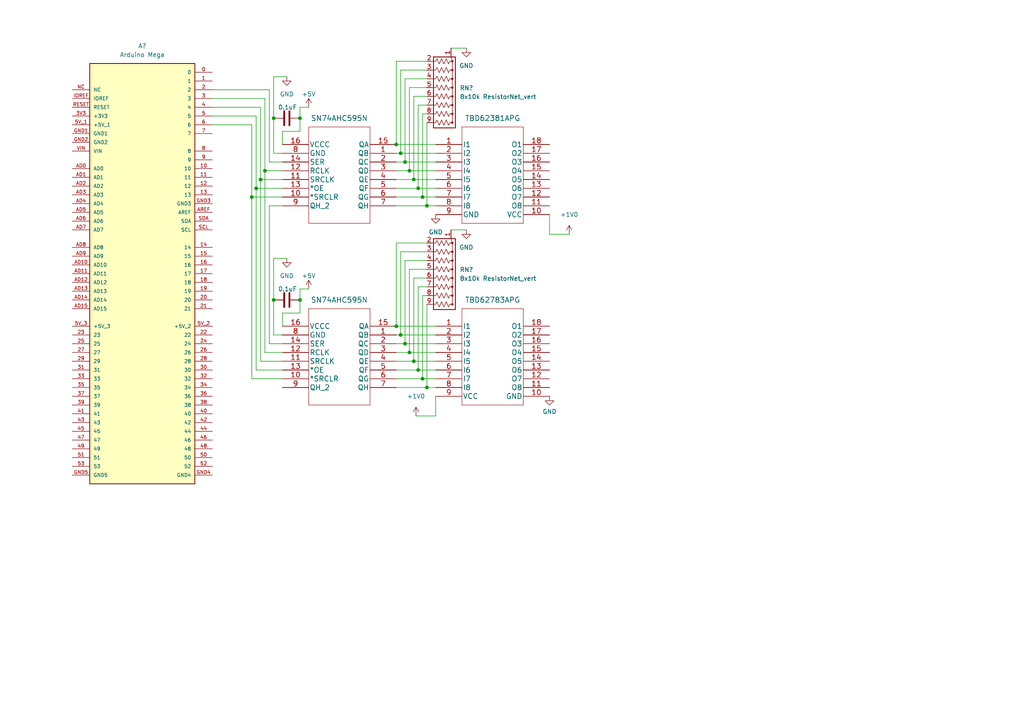
<source format=kicad_sch>
(kicad_sch (version 20211123) (generator eeschema)
  (paper "A4")
  (lib_symbols
    (symbol "Device:C" (pin_numbers hide) (pin_names (offset 0.254))
      (property "Reference" "C" (at 0.635 2.54 0))
      (property "Value" "C" (at 0.635 -2.54 0))
      (symbol "C_0_1"
        (polyline (pts (xy -2.032 -0.762) (xy 2.032 -0.762)) (stroke (width 0.508)))
        (polyline (pts (xy -2.032 0.762) (xy 2.032 0.762)) (stroke (width 0.508)))
      )
      (symbol "C_1_1"
        (pin passive line (at 0 3.81 270) (length 2.794) (name "~") (number "1"))
        (pin passive line (at 0 -3.81 90) (length 2.794) (name "~") (number "2"))
      )
    )
    (symbol "Luminator:+12V-24V" (power) (pin_names (offset 0))
      (property "Value" "+12V-24V" (at 0 3.556 0))
      (symbol "+12V-24V_0_1"
        (polyline (pts (xy -0.762 1.27) (xy 0 2.54)))
        (polyline (pts (xy 0 0) (xy 0 2.54)))
        (polyline (pts (xy 0 2.54) (xy 0.762 1.27)))
      )
      (symbol "+12V-24V_1_1"
        (pin power_in line (at 0 0 90) (length 0) hide (name "+1V0") (number "1"))
      )
    )
    (symbol "Luminator:8xResistorNet_vert" (pin_names (offset 0) hide)
      (property "Reference" "RN" (at 10.16 0.635 0))
      (property "Value" "8xResistorNet_vert" (at 17.78 -1.905 0))
      (symbol "8xResistorNet_vert_0_1"
        (polyline (pts (xy 6.985 1.27) (xy 7.366 0)))
        (polyline (pts (xy 7.366 0) (xy 7.366 -17.78)))
        (polyline (pts (xy 7.366 -17.78) (xy 6.604 -17.78) (xy 6.2484 -18.542) (xy 5.588 -17.018) (xy 4.9276 -18.542) (xy 4.2418 -17.018) (xy 3.556 -18.542) (xy 2.8956 -17.018) (xy 2.54 -17.78) (xy 1.27 -17.78)))
        (polyline (pts (xy 7.366 -15.24) (xy 6.604 -15.24) (xy 6.2484 -16.002) (xy 5.588 -14.478) (xy 4.9276 -16.002) (xy 4.2418 -14.478) (xy 3.556 -16.002) (xy 2.8956 -14.478) (xy 2.54 -15.24) (xy 1.27 -15.24)))
        (polyline (pts (xy 7.366 -12.7) (xy 6.604 -12.7) (xy 6.2484 -13.462) (xy 5.588 -11.938) (xy 4.9276 -13.462) (xy 4.2418 -11.938) (xy 3.556 -13.462) (xy 2.8956 -11.938) (xy 2.54 -12.7) (xy 1.27 -12.7)))
        (polyline (pts (xy 7.366 -10.16) (xy 6.604 -10.16) (xy 6.2484 -10.922) (xy 5.588 -9.398) (xy 4.9276 -10.922) (xy 4.2418 -9.398) (xy 3.556 -10.922) (xy 2.8956 -9.398) (xy 2.54 -10.16) (xy 1.27 -10.16)))
        (polyline (pts (xy 7.366 -7.62) (xy 6.604 -7.62) (xy 6.2484 -8.382) (xy 5.588 -6.858) (xy 4.9276 -8.382) (xy 4.2418 -6.858) (xy 3.556 -8.382) (xy 2.8956 -6.858) (xy 2.54 -7.62) (xy 1.27 -7.62)))
        (polyline (pts (xy 7.366 -5.08) (xy 6.604 -5.08) (xy 6.2484 -5.842) (xy 5.588 -4.318) (xy 4.9276 -5.842) (xy 4.2418 -4.318) (xy 3.556 -5.842) (xy 2.8956 -4.318) (xy 2.54 -5.08) (xy 1.27 -5.08)))
        (polyline (pts (xy 7.366 -2.54) (xy 6.604 -2.54) (xy 6.2484 -3.302) (xy 5.588 -1.778) (xy 4.9276 -3.302) (xy 4.2418 -1.778) (xy 3.556 -3.302) (xy 2.8956 -1.778) (xy 2.54 -2.54) (xy 1.27 -2.54)))
        (polyline (pts (xy 7.366 0) (xy 6.604 0) (xy 6.2484 -0.762) (xy 5.588 0.762) (xy 4.9276 -0.762) (xy 4.2418 0.762) (xy 3.556 -0.762) (xy 2.8956 0.762) (xy 2.54 0) (xy 1.27 0)))
        (rectangle (start 1.905 1.27) (end 8.255 -19.304) (stroke (width 0.254)))
        (circle (center 7.366 -17.78) (radius 0.254) (fill (type outline)))
        (circle (center 7.366 -15.24) (radius 0.254) (fill (type outline)))
        (circle (center 7.366 -12.7) (radius 0.254) (fill (type outline)))
        (circle (center 7.366 -10.16) (radius 0.254) (fill (type outline)))
        (circle (center 7.366 -7.62) (radius 0.254) (fill (type outline)))
        (circle (center 7.366 -5.08) (radius 0.254) (fill (type outline)))
        (circle (center 7.366 -2.54) (radius 0.254) (fill (type outline)))
        (circle (center 7.366 0) (radius 0.254) (fill (type outline)))
      )
      (symbol "8xResistorNet_vert_1_1"
        (pin passive line (at 6.985 3.81 270) (length 2.54) (name "common") (number "1"))
        (pin passive line (at 0 0 0) (length 1.27) (name "R1") (number "2"))
        (pin passive line (at 0 -2.54 0) (length 1.27) (name "R2") (number "3"))
        (pin passive line (at 0 -5.08 0) (length 1.27) (name "R3") (number "4"))
        (pin passive line (at 0 -7.62 0) (length 1.27) (name "R4") (number "5"))
        (pin passive line (at 0 -10.16 0) (length 1.27) (name "R5") (number "6"))
        (pin passive line (at 0 -12.7 0) (length 1.27) (name "R6") (number "7"))
        (pin passive line (at 0 -15.24 0) (length 1.27) (name "R7") (number "8"))
        (pin passive line (at 0 -17.78 0) (length 1.27) (name "R8") (number "9"))
      )
    )
    (symbol "Luminator:Arduino Mega" (pin_names (offset 1.016))
      (property "Reference" "A" (at -15.24 61.595 0))
      (property "Value" "Arduino Mega" (at -15.24 -63.5 0))
      (symbol "Arduino Mega_0_0"
        (rectangle (start 15.24 -60.96) (end -15.24 60.96) (stroke (width 0.254)) (fill (type background)))
        (pin passive line (at 20.32 58.42 180) (length 5.08) (name "0") (number "0"))
        (pin passive line (at 20.32 55.88 180) (length 5.08) (name "1") (number "1"))
        (pin passive line (at 20.32 30.48 180) (length 5.08) (name "10") (number "10"))
        (pin passive line (at 20.32 27.94 180) (length 5.08) (name "11") (number "11"))
        (pin passive line (at 20.32 25.4 180) (length 5.08) (name "12") (number "12"))
        (pin passive line (at 20.32 22.86 180) (length 5.08) (name "13") (number "13"))
        (pin passive line (at 20.32 7.62 180) (length 5.08) (name "14") (number "14"))
        (pin passive line (at 20.32 5.08 180) (length 5.08) (name "15") (number "15"))
        (pin passive line (at 20.32 2.54 180) (length 5.08) (name "16") (number "16"))
        (pin passive line (at 20.32 0 180) (length 5.08) (name "17") (number "17"))
        (pin passive line (at 20.32 -2.54 180) (length 5.08) (name "18") (number "18"))
        (pin passive line (at 20.32 -5.08 180) (length 5.08) (name "19") (number "19"))
        (pin passive line (at 20.32 53.34 180) (length 5.08) (name "2") (number "2"))
        (pin passive line (at 20.32 -7.62 180) (length 5.08) (name "20") (number "20"))
        (pin passive line (at 20.32 -10.16 180) (length 5.08) (name "21") (number "21"))
        (pin passive line (at 20.32 -17.78 180) (length 5.08) (name "22") (number "22"))
        (pin passive line (at -20.32 -17.78 0) (length 5.08) (name "23") (number "23"))
        (pin passive line (at 20.32 -20.32 180) (length 5.08) (name "24") (number "24"))
        (pin passive line (at -20.32 -20.32 0) (length 5.08) (name "25") (number "25"))
        (pin passive line (at 20.32 -22.86 180) (length 5.08) (name "26") (number "26"))
        (pin passive line (at -20.32 -22.86 0) (length 5.08) (name "27") (number "27"))
        (pin passive line (at 20.32 -25.4 180) (length 5.08) (name "28") (number "28"))
        (pin passive line (at -20.32 -25.4 0) (length 5.08) (name "29") (number "29"))
        (pin passive line (at 20.32 50.8 180) (length 5.08) (name "3") (number "3"))
        (pin passive line (at 20.32 -27.94 180) (length 5.08) (name "30") (number "30"))
        (pin passive line (at -20.32 -27.94 0) (length 5.08) (name "31") (number "31"))
        (pin passive line (at 20.32 -30.48 180) (length 5.08) (name "32") (number "32"))
        (pin passive line (at -20.32 -30.48 0) (length 5.08) (name "33") (number "33"))
        (pin passive line (at 20.32 -33.02 180) (length 5.08) (name "34") (number "34"))
        (pin passive line (at -20.32 -33.02 0) (length 5.08) (name "35") (number "35"))
        (pin passive line (at 20.32 -35.56 180) (length 5.08) (name "36") (number "36"))
        (pin passive line (at -20.32 -35.56 0) (length 5.08) (name "37") (number "37"))
        (pin passive line (at 20.32 -38.1 180) (length 5.08) (name "38") (number "38"))
        (pin passive line (at -20.32 -38.1 0) (length 5.08) (name "39") (number "39"))
        (pin passive line (at -20.32 45.72 0) (length 5.08) (name "+3V3") (number "3V3"))
        (pin passive line (at 20.32 48.26 180) (length 5.08) (name "4") (number "4"))
        (pin passive line (at 20.32 -40.64 180) (length 5.08) (name "40") (number "40"))
        (pin passive line (at -20.32 -40.64 0) (length 5.08) (name "41") (number "41"))
        (pin passive line (at 20.32 -43.18 180) (length 5.08) (name "42") (number "42"))
        (pin passive line (at -20.32 -43.18 0) (length 5.08) (name "43") (number "43"))
        (pin passive line (at 20.32 -45.72 180) (length 5.08) (name "44") (number "44"))
        (pin passive line (at -20.32 -45.72 0) (length 5.08) (name "45") (number "45"))
        (pin passive line (at 20.32 -48.26 180) (length 5.08) (name "46") (number "46"))
        (pin passive line (at -20.32 -48.26 0) (length 5.08) (name "47") (number "47"))
        (pin passive line (at 20.32 -50.8 180) (length 5.08) (name "48") (number "48"))
        (pin passive line (at -20.32 -50.8 0) (length 5.08) (name "49") (number "49"))
        (pin passive line (at 20.32 45.72 180) (length 5.08) (name "5") (number "5"))
        (pin passive line (at 20.32 -53.34 180) (length 5.08) (name "50") (number "50"))
        (pin passive line (at -20.32 -53.34 0) (length 5.08) (name "51") (number "51"))
        (pin passive line (at 20.32 -55.88 180) (length 5.08) (name "52") (number "52"))
        (pin passive line (at -20.32 -55.88 0) (length 5.08) (name "53") (number "53"))
        (pin passive line (at -20.32 43.18 0) (length 5.08) (name "+5V_1") (number "5V_1"))
        (pin passive line (at 20.32 -15.24 180) (length 5.08) (name "+5V_2") (number "5V_2"))
        (pin passive line (at -20.32 -15.24 0) (length 5.08) (name "+5V_3") (number "5V_3"))
        (pin passive line (at 20.32 43.18 180) (length 5.08) (name "6") (number "6"))
        (pin passive line (at 20.32 40.64 180) (length 5.08) (name "7") (number "7"))
        (pin passive line (at 20.32 35.56 180) (length 5.08) (name "8") (number "8"))
        (pin passive line (at 20.32 33.02 180) (length 5.08) (name "9") (number "9"))
        (pin passive line (at -20.32 30.48 0) (length 5.08) (name "AD0") (number "AD0"))
        (pin passive line (at -20.32 27.94 0) (length 5.08) (name "AD1") (number "AD1"))
        (pin passive line (at -20.32 2.54 0) (length 5.08) (name "AD10") (number "AD10"))
        (pin passive line (at -20.32 0 0) (length 5.08) (name "AD11") (number "AD11"))
        (pin passive line (at -20.32 -2.54 0) (length 5.08) (name "AD12") (number "AD12"))
        (pin passive line (at -20.32 -5.08 0) (length 5.08) (name "AD13") (number "AD13"))
        (pin passive line (at -20.32 -7.62 0) (length 5.08) (name "AD14") (number "AD14"))
        (pin passive line (at -20.32 -10.16 0) (length 5.08) (name "AD15") (number "AD15"))
        (pin passive line (at -20.32 25.4 0) (length 5.08) (name "AD2") (number "AD2"))
        (pin passive line (at -20.32 22.86 0) (length 5.08) (name "AD3") (number "AD3"))
        (pin passive line (at -20.32 20.32 0) (length 5.08) (name "AD4") (number "AD4"))
        (pin passive line (at -20.32 17.78 0) (length 5.08) (name "AD5") (number "AD5"))
        (pin passive line (at -20.32 15.24 0) (length 5.08) (name "AD6") (number "AD6"))
        (pin passive line (at -20.32 12.7 0) (length 5.08) (name "AD7") (number "AD7"))
        (pin passive line (at -20.32 7.62 0) (length 5.08) (name "AD8") (number "AD8"))
        (pin passive line (at -20.32 5.08 0) (length 5.08) (name "AD9") (number "AD9"))
        (pin passive line (at 20.32 17.78 180) (length 5.08) (name "AREF") (number "AREF"))
        (pin passive line (at -20.32 40.64 0) (length 5.08) (name "GND1") (number "GND1"))
        (pin passive line (at -20.32 38.1 0) (length 5.08) (name "GND2") (number "GND2"))
        (pin passive line (at 20.32 20.32 180) (length 5.08) (name "GND3") (number "GND3"))
        (pin passive line (at 20.32 -58.42 180) (length 5.08) (name "GND4") (number "GND4"))
        (pin passive line (at -20.32 -58.42 0) (length 5.08) (name "GND5") (number "GND5"))
        (pin passive line (at -20.32 50.8 0) (length 5.08) (name "IOREF") (number "IOREF"))
        (pin passive line (at -20.32 53.34 0) (length 5.08) (name "NC") (number "NC"))
        (pin passive line (at -20.32 48.26 0) (length 5.08) (name "RESET") (number "RESET"))
        (pin passive line (at 20.32 12.7 180) (length 5.08) (name "SCL") (number "SCL"))
        (pin passive line (at 20.32 15.24 180) (length 5.08) (name "SDA") (number "SDA"))
        (pin passive line (at -20.32 35.56 0) (length 5.08) (name "VIN") (number "VIN"))
      )
    )
    (symbol "Luminator:SN74AHC595N" (pin_names (offset 0.254))
      (property "Value" "SN74AHC595N" (at 31.75 2.54 0))
      (symbol "SN74AHC595N_1_1"
        (polyline (pts (xy 22.86 -22.86) (xy 22.86 5.08)) (stroke (width 0.127)))
        (polyline (pts (xy 22.86 5.08) (xy 40.64 5.08)) (stroke (width 0.127)))
        (polyline (pts (xy 40.64 -22.86) (xy 22.86 -22.86)) (stroke (width 0.127)))
        (polyline (pts (xy 40.64 5.08) (xy 40.64 -22.86)) (stroke (width 0.127)))
        (pin output line (at 48.26 -2.54 180) (length 7.62) (name "QB") (number "1"))
        (pin input line (at 15.24 -15.24 0) (length 7.62) (name "*SRCLR") (number "10"))
        (pin input line (at 15.24 -10.16 0) (length 7.62) (name "SRCLK") (number "11"))
        (pin input line (at 15.24 -7.62 0) (length 7.62) (name "RCLK") (number "12"))
        (pin input line (at 15.24 -12.7 0) (length 7.62) (name "*OE") (number "13"))
        (pin input line (at 15.24 -5.08 0) (length 7.62) (name "SER") (number "14"))
        (pin output line (at 48.26 0 180) (length 7.62) (name "QA") (number "15"))
        (pin power_in line (at 15.24 0 0) (length 7.62) (name "VCCC") (number "16"))
        (pin output line (at 48.26 -5.08 180) (length 7.62) (name "QC") (number "2"))
        (pin output line (at 48.26 -7.62 180) (length 7.62) (name "QD") (number "3"))
        (pin output line (at 48.26 -10.16 180) (length 7.62) (name "QE") (number "4"))
        (pin output line (at 48.26 -12.7 180) (length 7.62) (name "QF") (number "5"))
        (pin output line (at 48.26 -15.24 180) (length 7.62) (name "QG") (number "6"))
        (pin output line (at 48.26 -17.78 180) (length 7.62) (name "QH") (number "7"))
        (pin power_in line (at 15.24 -2.54 0) (length 7.62) (name "GND") (number "8"))
        (pin output line (at 15.24 -17.78 0) (length 7.62) (name "QH_2") (number "9"))
      )
    )
    (symbol "Luminator:TBD62381APG" (pin_names (offset 0.254))
      (property "Value" "TBD62381APG" (at 16.51 2.54 0))
      (symbol "TBD62381APG_1_1"
        (polyline (pts (xy 7.62 -22.86) (xy 25.4 -22.86)) (stroke (width 0.127)))
        (polyline (pts (xy 7.62 5.08) (xy 7.62 -22.86)) (stroke (width 0.127)))
        (polyline (pts (xy 25.4 -22.86) (xy 25.4 5.08)) (stroke (width 0.127)))
        (polyline (pts (xy 25.4 5.08) (xy 7.62 5.08)) (stroke (width 0.127)))
        (pin input line (at 0 0 0) (length 7.62) (name "I1") (number "1"))
        (pin power_in line (at 33.02 -20.32 180) (length 7.62) (name "VCC") (number "10"))
        (pin output line (at 33.02 -17.78 180) (length 7.62) (name "O8") (number "11"))
        (pin output line (at 33.02 -15.24 180) (length 7.62) (name "O7") (number "12"))
        (pin output line (at 33.02 -12.7 180) (length 7.62) (name "O6") (number "13"))
        (pin output line (at 33.02 -10.16 180) (length 7.62) (name "O5") (number "14"))
        (pin output line (at 33.02 -7.62 180) (length 7.62) (name "O4") (number "15"))
        (pin output line (at 33.02 -5.08 180) (length 7.62) (name "O3") (number "16"))
        (pin output line (at 33.02 -2.54 180) (length 7.62) (name "O2") (number "17"))
        (pin output line (at 33.02 0 180) (length 7.62) (name "O1") (number "18"))
        (pin input line (at 0 -2.54 0) (length 7.62) (name "I2") (number "2"))
        (pin input line (at 0 -5.08 0) (length 7.62) (name "I3") (number "3"))
        (pin input line (at 0 -7.62 0) (length 7.62) (name "I4") (number "4"))
        (pin input line (at 0 -10.16 0) (length 7.62) (name "I5") (number "5"))
        (pin input line (at 0 -12.7 0) (length 7.62) (name "I6") (number "6"))
        (pin input line (at 0 -15.24 0) (length 7.62) (name "I7") (number "7"))
        (pin input line (at 0 -17.78 0) (length 7.62) (name "I8") (number "8"))
        (pin power_in line (at 0 -20.32 0) (length 7.62) (name "GND") (number "9"))
      )
    )
    (symbol "Luminator:TBD62783APG" (pin_names (offset 0.254))
      (property "Value" "TBD62783APG" (at 16.51 2.54 0))
      (symbol "TBD62783APG_1_1"
        (polyline (pts (xy 7.62 -22.86) (xy 25.4 -22.86)) (stroke (width 0.127)))
        (polyline (pts (xy 7.62 5.08) (xy 7.62 -22.86)) (stroke (width 0.127)))
        (polyline (pts (xy 25.4 -22.86) (xy 25.4 5.08)) (stroke (width 0.127)))
        (polyline (pts (xy 25.4 5.08) (xy 7.62 5.08)) (stroke (width 0.127)))
        (pin input line (at 0 0 0) (length 7.62) (name "I1") (number "1"))
        (pin power_in line (at 33.02 -20.32 180) (length 7.62) (name "GND") (number "10"))
        (pin output line (at 33.02 -17.78 180) (length 7.62) (name "O8") (number "11"))
        (pin output line (at 33.02 -15.24 180) (length 7.62) (name "O7") (number "12"))
        (pin output line (at 33.02 -12.7 180) (length 7.62) (name "O6") (number "13"))
        (pin output line (at 33.02 -10.16 180) (length 7.62) (name "O5") (number "14"))
        (pin output line (at 33.02 -7.62 180) (length 7.62) (name "O4") (number "15"))
        (pin output line (at 33.02 -5.08 180) (length 7.62) (name "O3") (number "16"))
        (pin output line (at 33.02 -2.54 180) (length 7.62) (name "O2") (number "17"))
        (pin output line (at 33.02 0 180) (length 7.62) (name "O1") (number "18"))
        (pin input line (at 0 -2.54 0) (length 7.62) (name "I2") (number "2"))
        (pin input line (at 0 -5.08 0) (length 7.62) (name "I3") (number "3"))
        (pin input line (at 0 -7.62 0) (length 7.62) (name "I4") (number "4"))
        (pin input line (at 0 -10.16 0) (length 7.62) (name "I5") (number "5"))
        (pin input line (at 0 -12.7 0) (length 7.62) (name "I6") (number "6"))
        (pin input line (at 0 -15.24 0) (length 7.62) (name "I7") (number "7"))
        (pin input line (at 0 -17.78 0) (length 7.62) (name "I8") (number "8"))
        (pin power_in line (at 0 -20.32 0) (length 7.62) (name "VCC") (number "9"))
      )
    )
    (symbol "power:+5V" (power) (pin_names (offset 0))
      (property "Value" "+5V" (at 0 3.556 0))
      (symbol "+5V_0_1"
        (polyline (pts (xy -0.762 1.27) (xy 0 2.54)))
        (polyline (pts (xy 0 0) (xy 0 2.54)))
        (polyline (pts (xy 0 2.54) (xy 0.762 1.27)))
      )
      (symbol "+5V_1_1"
        (pin power_in line (at 0 0 90) (length 0) hide (name "+5V") (number "1"))
      )
    )
    (symbol "power:GND" (power) (pin_names (offset 0))
      (property "Value" "GND" (at 0 -3.81 0))
      (symbol "GND_0_1"
        (polyline (pts (xy 0 0) (xy 0 -1.27) (xy 1.27 -1.27) (xy 0 -2.54) (xy -1.27 -1.27) (xy 0 -1.27)))
      )
      (symbol "GND_1_1"
        (pin power_in line (at 0 0 270) (length 0) hide (name "GND") (number "1"))
      )
    )
  )
  (junction (at 114.935 94.615))
  (junction (at 76.835 49.53))
  (junction (at 122.555 109.855))
  (junction (at 123.825 112.395))
  (junction (at 79.375 86.995))
  (junction (at 120.015 104.775))
  (junction (at 114.935 41.91))
  (junction (at 118.745 102.235))
  (junction (at 79.375 34.29))
  (junction (at 75.565 52.07))
  (junction (at 74.295 54.61))
  (junction (at 118.745 49.53))
  (junction (at 73.025 57.15))
  (junction (at 116.205 44.45))
  (junction (at 122.555 57.15))
  (junction (at 117.475 99.695))
  (junction (at 86.995 86.995))
  (junction (at 123.825 59.69))
  (junction (at 117.475 46.99))
  (junction (at 120.015 52.07))
  (junction (at 116.205 97.155))
  (junction (at 86.995 34.29))
  (junction (at 121.285 54.61))
  (junction (at 121.285 107.315))
  (wire (pts (xy 114.935 94.615) (xy 114.935 70.485)))
  (wire (pts (xy 86.995 86.995) (xy 86.995 83.82)))
  (wire (pts (xy 114.935 41.91) (xy 114.935 17.78)))
  (wire (pts (xy 86.995 83.82) (xy 89.535 83.82)))
  (wire (pts (xy 74.295 107.315) (xy 81.915 107.315)))
  (wire (pts (xy 120.015 104.775) (xy 120.015 80.645)))
  (wire (pts (xy 117.475 99.695) (xy 126.365 99.695)))
  (wire (pts (xy 81.915 38.1) (xy 86.995 38.1)))
  (wire (pts (xy 61.595 36.195) (xy 73.025 36.195)))
  (wire (pts (xy 114.935 104.775) (xy 120.015 104.775)))
  (wire (pts (xy 120.015 27.94) (xy 123.825 27.94)))
  (wire (pts (xy 114.935 41.91) (xy 126.365 41.91)))
  (wire (pts (xy 114.935 94.615) (xy 126.365 94.615)))
  (wire (pts (xy 123.825 88.265) (xy 123.825 112.395)))
  (wire (pts (xy 114.935 57.15) (xy 122.555 57.15)))
  (wire (pts (xy 61.595 26.035) (xy 78.105 26.035)))
  (wire (pts (xy 121.285 54.61) (xy 121.285 30.48)))
  (wire (pts (xy 83.185 74.93) (xy 79.375 74.93)))
  (wire (pts (xy 61.595 31.115) (xy 75.565 31.115)))
  (wire (pts (xy 118.745 25.4) (xy 123.825 25.4)))
  (wire (pts (xy 116.205 73.025) (xy 123.825 73.025)))
  (wire (pts (xy 117.475 46.99) (xy 117.475 22.86)))
  (wire (pts (xy 118.745 49.53) (xy 126.365 49.53)))
  (wire (pts (xy 118.745 102.235) (xy 126.365 102.235)))
  (wire (pts (xy 123.825 59.69) (xy 126.365 59.69)))
  (wire (pts (xy 117.475 46.99) (xy 126.365 46.99)))
  (wire (pts (xy 76.835 49.53) (xy 76.835 102.235)))
  (wire (pts (xy 76.835 102.235) (xy 81.915 102.235)))
  (wire (pts (xy 114.935 59.69) (xy 123.825 59.69)))
  (wire (pts (xy 122.555 57.15) (xy 126.365 57.15)))
  (wire (pts (xy 123.825 112.395) (xy 126.365 112.395)))
  (wire (pts (xy 83.185 22.225) (xy 79.375 22.225)))
  (wire (pts (xy 121.285 107.315) (xy 121.285 83.185)))
  (wire (pts (xy 75.565 52.07) (xy 75.565 104.775)))
  (wire (pts (xy 121.285 107.315) (xy 126.365 107.315)))
  (wire (pts (xy 114.935 97.155) (xy 116.205 97.155)))
  (wire (pts (xy 117.475 22.86) (xy 123.825 22.86)))
  (wire (pts (xy 79.375 86.995) (xy 79.375 97.155)))
  (wire (pts (xy 130.81 66.675) (xy 135.255 66.675)))
  (wire (pts (xy 116.205 44.45) (xy 116.205 20.32)))
  (wire (pts (xy 123.825 33.02) (xy 122.555 33.02)))
  (wire (pts (xy 79.375 74.93) (xy 79.375 86.995)))
  (wire (pts (xy 118.745 102.235) (xy 118.745 78.105)))
  (wire (pts (xy 74.295 54.61) (xy 81.915 54.61)))
  (wire (pts (xy 79.375 34.29) (xy 79.375 44.45)))
  (wire (pts (xy 114.935 17.78) (xy 123.825 17.78)))
  (wire (pts (xy 120.015 80.645) (xy 123.825 80.645)))
  (wire (pts (xy 74.295 33.655) (xy 74.295 54.61)))
  (wire (pts (xy 159.385 62.23) (xy 159.385 67.945)))
  (wire (pts (xy 116.205 97.155) (xy 116.205 73.025)))
  (wire (pts (xy 121.285 54.61) (xy 126.365 54.61)))
  (wire (pts (xy 114.935 107.315) (xy 121.285 107.315)))
  (wire (pts (xy 114.935 109.855) (xy 122.555 109.855)))
  (wire (pts (xy 114.935 52.07) (xy 120.015 52.07)))
  (wire (pts (xy 114.935 112.395) (xy 123.825 112.395)))
  (wire (pts (xy 86.995 38.1) (xy 86.995 34.29)))
  (wire (pts (xy 114.935 44.45) (xy 116.205 44.45)))
  (wire (pts (xy 123.825 35.56) (xy 123.825 59.69)))
  (wire (pts (xy 78.105 59.69) (xy 78.105 99.695)))
  (wire (pts (xy 114.935 102.235) (xy 118.745 102.235)))
  (wire (pts (xy 117.475 75.565) (xy 123.825 75.565)))
  (wire (pts (xy 73.025 57.15) (xy 73.025 109.855)))
  (wire (pts (xy 61.595 33.655) (xy 74.295 33.655)))
  (wire (pts (xy 81.915 94.615) (xy 81.915 90.805)))
  (wire (pts (xy 78.105 99.695) (xy 81.915 99.695)))
  (wire (pts (xy 114.935 54.61) (xy 121.285 54.61)))
  (wire (pts (xy 122.555 33.02) (xy 122.555 57.15)))
  (wire (pts (xy 130.81 13.97) (xy 135.255 13.97)))
  (wire (pts (xy 118.745 49.53) (xy 118.745 25.4)))
  (wire (pts (xy 123.825 85.725) (xy 122.555 85.725)))
  (wire (pts (xy 81.915 59.69) (xy 78.105 59.69)))
  (wire (pts (xy 81.915 44.45) (xy 79.375 44.45)))
  (wire (pts (xy 78.105 46.99) (xy 81.915 46.99)))
  (wire (pts (xy 117.475 99.695) (xy 117.475 75.565)))
  (wire (pts (xy 81.915 41.91) (xy 81.915 38.1)))
  (wire (pts (xy 86.995 90.805) (xy 86.995 86.995)))
  (wire (pts (xy 73.025 109.855) (xy 81.915 109.855)))
  (wire (pts (xy 81.915 90.805) (xy 86.995 90.805)))
  (wire (pts (xy 120.015 52.07) (xy 126.365 52.07)))
  (wire (pts (xy 79.375 22.225) (xy 79.375 34.29)))
  (wire (pts (xy 73.025 36.195) (xy 73.025 57.15)))
  (wire (pts (xy 75.565 104.775) (xy 81.915 104.775)))
  (wire (pts (xy 126.365 120.65) (xy 126.365 114.935)))
  (wire (pts (xy 81.915 97.155) (xy 79.375 97.155)))
  (wire (pts (xy 61.595 28.575) (xy 76.835 28.575)))
  (wire (pts (xy 120.015 52.07) (xy 120.015 27.94)))
  (wire (pts (xy 159.385 67.945) (xy 165.1 67.945)))
  (wire (pts (xy 120.65 120.65) (xy 126.365 120.65)))
  (wire (pts (xy 120.015 104.775) (xy 126.365 104.775)))
  (wire (pts (xy 86.995 31.115) (xy 89.535 31.115)))
  (wire (pts (xy 121.285 83.185) (xy 123.825 83.185)))
  (wire (pts (xy 114.935 70.485) (xy 123.825 70.485)))
  (wire (pts (xy 75.565 52.07) (xy 81.915 52.07)))
  (wire (pts (xy 121.285 30.48) (xy 123.825 30.48)))
  (wire (pts (xy 122.555 85.725) (xy 122.555 109.855)))
  (wire (pts (xy 118.745 78.105) (xy 123.825 78.105)))
  (wire (pts (xy 114.935 99.695) (xy 117.475 99.695)))
  (wire (pts (xy 116.205 44.45) (xy 126.365 44.45)))
  (wire (pts (xy 76.835 28.575) (xy 76.835 49.53)))
  (wire (pts (xy 86.995 34.29) (xy 86.995 31.115)))
  (wire (pts (xy 73.025 57.15) (xy 81.915 57.15)))
  (wire (pts (xy 122.555 109.855) (xy 126.365 109.855)))
  (wire (pts (xy 74.295 54.61) (xy 74.295 107.315)))
  (wire (pts (xy 76.835 49.53) (xy 81.915 49.53)))
  (wire (pts (xy 114.935 49.53) (xy 118.745 49.53)))
  (wire (pts (xy 78.105 26.035) (xy 78.105 46.99)))
  (wire (pts (xy 116.205 20.32) (xy 123.825 20.32)))
  (wire (pts (xy 116.205 97.155) (xy 126.365 97.155)))
  (wire (pts (xy 114.935 46.99) (xy 117.475 46.99)))
  (wire (pts (xy 75.565 31.115) (xy 75.565 52.07)))
  (symbol (lib_id "Luminator:TBD62783APG") (at 126.365 94.615 0) (unit 1)
    (property "Reference" "U?" (effects hide))
    (property "Value" "TBD62783APG" (at 142.875 86.995 0) (effects (font (size 1.524 1.524))))
    (property "Footprint" "P-DIP18-300-2p54-001_TOS" (effects hide))
  )
  (symbol (lib_id "Luminator:SN74AHC595N") (at 66.675 94.615 0) (unit 1)
    (property "Reference" "U?" (effects hide))
    (property "Value" "SN74AHC595N" (at 98.425 86.995 0) (effects (font (size 1.524 1.524))))
    (property "Footprint" "N16" (effects hide))
  )
  (symbol (lib_id "Device:C") (at 83.185 34.29 90) (unit 1)
    (property "Reference" "C?" (effects hide))
    (property "Value" "0.1uF" (at 80.645 31.115 90) (effects (justify right)))
  )
  (symbol (lib_id "power:GND") (at 83.185 22.225 0) (unit 1)
    (property "Reference" "#PWR?" (effects hide))
    (property "Value" "GND" (at 83.185 27.305 0))
  )
  (symbol (lib_id "Luminator:8xResistorNet_vert") (at 123.825 70.485 0) (unit 1)
    (property "Reference" "RN?" (at 133.35 78.2319 0) (effects (justify left)))
    (property "Value" "8x10k ResistorNet_vert" (at 133.35 80.7719 0) (effects (justify left)))
    (property "Footprint" "Resistor_THT:R_Array_SIP10" (effects hide))
    (property "Datasheet" "http://www.vishay.com/docs/31509/csc.pdf" (effects hide))
  )
  (symbol (lib_id "Luminator:8xResistorNet_vert") (at 123.825 17.78 0) (unit 1)
    (property "Reference" "RN?" (at 133.35 25.5269 0) (effects (justify left)))
    (property "Value" "8x10k ResistorNet_vert" (at 133.35 28.0669 0) (effects (justify left)))
    (property "Footprint" "Resistor_THT:R_Array_SIP10" (effects hide))
    (property "Datasheet" "http://www.vishay.com/docs/31509/csc.pdf" (effects hide))
  )
  (symbol (lib_id "power:GND") (at 126.365 62.23 0) (unit 1)
    (property "Reference" "#PWR?" (effects hide))
    (property "Value" "GND" (at 126.365 67.31 0))
  )
  (symbol (lib_id "Luminator:Arduino Mega") (at 41.275 79.375 0) (unit 1)
    (property "Reference" "A?" (at 41.275 13.335 0))
    (property "Value" "Arduino Mega" (at 41.275 15.875 0))
    (property "Footprint" "ARDUINO_A000067" (effects hide))
    (property "AVAILABILITY" "Unavailable" (effects hide))
    (property "MP" "ARDUINO MEGA2560 REV3 - RETAIL" (effects hide))
    (property "MF" "Arduino" (effects hide))
    (property "DESCRIPTION" "Dev.kit: Arduino; SPI, TWI, UART; ICSP, USB B, pin strips, supply" (effects hide))
    (property "PACKAGE" "None" (effects hide))
    (property "PRICE" "None" (effects hide))
  )
  (symbol (lib_id "power:+5V") (at 89.535 31.115 0) (unit 1)
    (property "Reference" "#PWR?" (effects hide))
    (property "Value" "+5V" (at 89.535 27.305 0))
  )
  (symbol (lib_id "Luminator:+12V-24V") (at 120.65 120.65 0) (unit 1)
    (property "Reference" "#PWR?" (effects hide))
    (property "Value" "+12V-24V" (at 120.65 114.935 0))
  )
  (symbol (lib_id "Luminator:+12V-24V") (at 165.1 67.945 0) (unit 1)
    (property "Reference" "#PWR?" (effects hide))
    (property "Value" "+12V-24V" (at 165.1 62.23 0))
  )
  (symbol (lib_id "power:+5V") (at 89.535 83.82 0) (unit 1)
    (property "Reference" "#PWR?" (effects hide))
    (property "Value" "+5V" (at 89.535 80.01 0))
  )
  (symbol (lib_id "power:GND") (at 159.385 114.935 0) (unit 1)
    (property "Reference" "#PWR?" (effects hide))
    (property "Value" "GND" (at 159.385 119.38 0))
  )
  (symbol (lib_id "power:GND") (at 135.255 66.675 0) (unit 1)
    (property "Reference" "#PWR?" (effects hide))
    (property "Value" "GND" (at 135.255 71.755 0))
  )
  (symbol (lib_id "power:GND") (at 135.255 13.97 0) (unit 1)
    (property "Reference" "#PWR?" (effects hide))
    (property "Value" "GND" (at 135.255 19.05 0))
  )
  (symbol (lib_id "Luminator:TBD62381APG") (at 126.365 41.91 0) (unit 1)
    (property "Reference" "U?" (effects hide))
    (property "Value" "TBD62381APG" (at 142.875 34.29 0) (effects (font (size 1.524 1.524))))
    (property "Footprint" "P-DIP18-300-2p54-001_TOS" (effects hide))
  )
  (symbol (lib_id "Device:C") (at 83.185 86.995 90) (unit 1)
    (property "Reference" "C?" (effects hide))
    (property "Value" "0.1uF" (at 80.645 83.82 90) (effects (justify right)))
  )
  (symbol (lib_id "Luminator:SN74AHC595N") (at 66.675 41.91 0) (unit 1)
    (property "Reference" "U?" (effects hide))
    (property "Value" "SN74AHC595N" (at 98.425 34.29 0) (effects (font (size 1.524 1.524))))
    (property "Footprint" "N16" (effects hide))
  )
  (symbol (lib_id "power:GND") (at 83.185 74.93 0) (unit 1)
    (property "Reference" "#PWR?" (effects hide))
    (property "Value" "GND" (at 83.185 80.01 0))
  )
)
</source>
